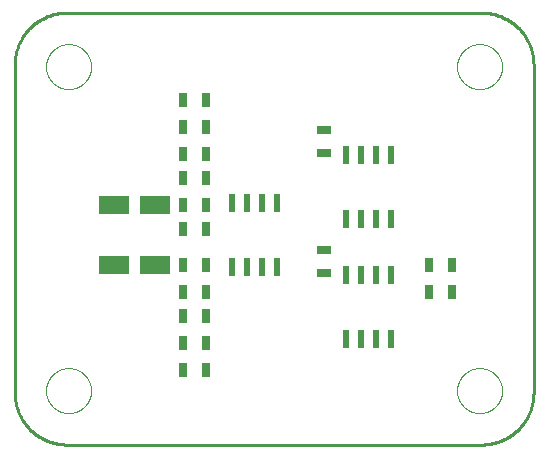
<source format=gtp>
G75*
%MOIN*%
%OFA0B0*%
%FSLAX25Y25*%
%IPPOS*%
%LPD*%
%AMOC8*
5,1,8,0,0,1.08239X$1,22.5*
%
%ADD10C,0.01000*%
%ADD11R,0.09843X0.06299*%
%ADD12R,0.02756X0.05118*%
%ADD13R,0.05118X0.02756*%
%ADD14C,0.00000*%
%ADD15R,0.02165X0.05906*%
D10*
X0019300Y0001800D02*
X0157300Y0001800D01*
X0157723Y0001805D01*
X0158145Y0001820D01*
X0158568Y0001846D01*
X0158989Y0001882D01*
X0159409Y0001928D01*
X0159829Y0001984D01*
X0160246Y0002050D01*
X0160662Y0002126D01*
X0161076Y0002212D01*
X0161488Y0002309D01*
X0161897Y0002415D01*
X0162304Y0002531D01*
X0162708Y0002657D01*
X0163108Y0002792D01*
X0163506Y0002937D01*
X0163899Y0003092D01*
X0164289Y0003256D01*
X0164675Y0003430D01*
X0165056Y0003613D01*
X0165433Y0003805D01*
X0165805Y0004006D01*
X0166172Y0004216D01*
X0166534Y0004434D01*
X0166890Y0004662D01*
X0167241Y0004898D01*
X0167586Y0005142D01*
X0167925Y0005395D01*
X0168258Y0005656D01*
X0168585Y0005924D01*
X0168905Y0006201D01*
X0169218Y0006485D01*
X0169524Y0006777D01*
X0169823Y0007076D01*
X0170115Y0007382D01*
X0170399Y0007695D01*
X0170676Y0008015D01*
X0170944Y0008342D01*
X0171205Y0008675D01*
X0171458Y0009014D01*
X0171702Y0009359D01*
X0171938Y0009710D01*
X0172166Y0010066D01*
X0172384Y0010428D01*
X0172594Y0010795D01*
X0172795Y0011167D01*
X0172987Y0011544D01*
X0173170Y0011925D01*
X0173344Y0012311D01*
X0173508Y0012701D01*
X0173663Y0013094D01*
X0173808Y0013492D01*
X0173943Y0013892D01*
X0174069Y0014296D01*
X0174185Y0014703D01*
X0174291Y0015112D01*
X0174388Y0015524D01*
X0174474Y0015938D01*
X0174550Y0016354D01*
X0174616Y0016771D01*
X0174672Y0017191D01*
X0174718Y0017611D01*
X0174754Y0018032D01*
X0174780Y0018455D01*
X0174795Y0018877D01*
X0174800Y0019300D01*
X0174800Y0128300D01*
X0174795Y0128723D01*
X0174780Y0129145D01*
X0174754Y0129568D01*
X0174718Y0129989D01*
X0174672Y0130409D01*
X0174616Y0130829D01*
X0174550Y0131246D01*
X0174474Y0131662D01*
X0174388Y0132076D01*
X0174291Y0132488D01*
X0174185Y0132897D01*
X0174069Y0133304D01*
X0173943Y0133708D01*
X0173808Y0134108D01*
X0173663Y0134506D01*
X0173508Y0134899D01*
X0173344Y0135289D01*
X0173170Y0135675D01*
X0172987Y0136056D01*
X0172795Y0136433D01*
X0172594Y0136805D01*
X0172384Y0137172D01*
X0172166Y0137534D01*
X0171938Y0137890D01*
X0171702Y0138241D01*
X0171458Y0138586D01*
X0171205Y0138925D01*
X0170944Y0139258D01*
X0170676Y0139585D01*
X0170399Y0139905D01*
X0170115Y0140218D01*
X0169823Y0140524D01*
X0169524Y0140823D01*
X0169218Y0141115D01*
X0168905Y0141399D01*
X0168585Y0141676D01*
X0168258Y0141944D01*
X0167925Y0142205D01*
X0167586Y0142458D01*
X0167241Y0142702D01*
X0166890Y0142938D01*
X0166534Y0143166D01*
X0166172Y0143384D01*
X0165805Y0143594D01*
X0165433Y0143795D01*
X0165056Y0143987D01*
X0164675Y0144170D01*
X0164289Y0144344D01*
X0163899Y0144508D01*
X0163506Y0144663D01*
X0163108Y0144808D01*
X0162708Y0144943D01*
X0162304Y0145069D01*
X0161897Y0145185D01*
X0161488Y0145291D01*
X0161076Y0145388D01*
X0160662Y0145474D01*
X0160246Y0145550D01*
X0159829Y0145616D01*
X0159409Y0145672D01*
X0158989Y0145718D01*
X0158568Y0145754D01*
X0158145Y0145780D01*
X0157723Y0145795D01*
X0157300Y0145800D01*
X0019300Y0145800D01*
X0018877Y0145795D01*
X0018455Y0145780D01*
X0018032Y0145754D01*
X0017611Y0145718D01*
X0017191Y0145672D01*
X0016771Y0145616D01*
X0016354Y0145550D01*
X0015938Y0145474D01*
X0015524Y0145388D01*
X0015112Y0145291D01*
X0014703Y0145185D01*
X0014296Y0145069D01*
X0013892Y0144943D01*
X0013492Y0144808D01*
X0013094Y0144663D01*
X0012701Y0144508D01*
X0012311Y0144344D01*
X0011925Y0144170D01*
X0011544Y0143987D01*
X0011167Y0143795D01*
X0010795Y0143594D01*
X0010428Y0143384D01*
X0010066Y0143166D01*
X0009710Y0142938D01*
X0009359Y0142702D01*
X0009014Y0142458D01*
X0008675Y0142205D01*
X0008342Y0141944D01*
X0008015Y0141676D01*
X0007695Y0141399D01*
X0007382Y0141115D01*
X0007076Y0140823D01*
X0006777Y0140524D01*
X0006485Y0140218D01*
X0006201Y0139905D01*
X0005924Y0139585D01*
X0005656Y0139258D01*
X0005395Y0138925D01*
X0005142Y0138586D01*
X0004898Y0138241D01*
X0004662Y0137890D01*
X0004434Y0137534D01*
X0004216Y0137172D01*
X0004006Y0136805D01*
X0003805Y0136433D01*
X0003613Y0136056D01*
X0003430Y0135675D01*
X0003256Y0135289D01*
X0003092Y0134899D01*
X0002937Y0134506D01*
X0002792Y0134108D01*
X0002657Y0133708D01*
X0002531Y0133304D01*
X0002415Y0132897D01*
X0002309Y0132488D01*
X0002212Y0132076D01*
X0002126Y0131662D01*
X0002050Y0131246D01*
X0001984Y0130829D01*
X0001928Y0130409D01*
X0001882Y0129989D01*
X0001846Y0129568D01*
X0001820Y0129145D01*
X0001805Y0128723D01*
X0001800Y0128300D01*
X0001800Y0019300D01*
X0001805Y0018877D01*
X0001820Y0018455D01*
X0001846Y0018032D01*
X0001882Y0017611D01*
X0001928Y0017191D01*
X0001984Y0016771D01*
X0002050Y0016354D01*
X0002126Y0015938D01*
X0002212Y0015524D01*
X0002309Y0015112D01*
X0002415Y0014703D01*
X0002531Y0014296D01*
X0002657Y0013892D01*
X0002792Y0013492D01*
X0002937Y0013094D01*
X0003092Y0012701D01*
X0003256Y0012311D01*
X0003430Y0011925D01*
X0003613Y0011544D01*
X0003805Y0011167D01*
X0004006Y0010795D01*
X0004216Y0010428D01*
X0004434Y0010066D01*
X0004662Y0009710D01*
X0004898Y0009359D01*
X0005142Y0009014D01*
X0005395Y0008675D01*
X0005656Y0008342D01*
X0005924Y0008015D01*
X0006201Y0007695D01*
X0006485Y0007382D01*
X0006777Y0007076D01*
X0007076Y0006777D01*
X0007382Y0006485D01*
X0007695Y0006201D01*
X0008015Y0005924D01*
X0008342Y0005656D01*
X0008675Y0005395D01*
X0009014Y0005142D01*
X0009359Y0004898D01*
X0009710Y0004662D01*
X0010066Y0004434D01*
X0010428Y0004216D01*
X0010795Y0004006D01*
X0011167Y0003805D01*
X0011544Y0003613D01*
X0011925Y0003430D01*
X0012311Y0003256D01*
X0012701Y0003092D01*
X0013094Y0002937D01*
X0013492Y0002792D01*
X0013892Y0002657D01*
X0014296Y0002531D01*
X0014703Y0002415D01*
X0015112Y0002309D01*
X0015524Y0002212D01*
X0015938Y0002126D01*
X0016354Y0002050D01*
X0016771Y0001984D01*
X0017191Y0001928D01*
X0017611Y0001882D01*
X0018032Y0001846D01*
X0018455Y0001820D01*
X0018877Y0001805D01*
X0019300Y0001800D01*
D11*
X0034910Y0061800D03*
X0048690Y0061800D03*
X0048690Y0081800D03*
X0034910Y0081800D03*
D12*
X0058060Y0081800D03*
X0065540Y0081800D03*
X0065540Y0073800D03*
X0058060Y0073800D03*
X0058060Y0061800D03*
X0065540Y0061800D03*
X0065540Y0052800D03*
X0058060Y0052800D03*
X0058060Y0044800D03*
X0065540Y0044800D03*
X0065540Y0035800D03*
X0058060Y0035800D03*
X0058060Y0026800D03*
X0065540Y0026800D03*
X0140060Y0052800D03*
X0147540Y0052800D03*
X0147540Y0061800D03*
X0140060Y0061800D03*
X0065540Y0090800D03*
X0058060Y0090800D03*
X0058060Y0098800D03*
X0065540Y0098800D03*
X0065540Y0107800D03*
X0058060Y0107800D03*
X0058060Y0116800D03*
X0065540Y0116800D03*
D13*
X0104800Y0106540D03*
X0104800Y0099060D03*
X0104800Y0066540D03*
X0104800Y0059060D03*
D14*
X0149300Y0019800D02*
X0149302Y0019984D01*
X0149309Y0020168D01*
X0149320Y0020352D01*
X0149336Y0020535D01*
X0149356Y0020718D01*
X0149381Y0020900D01*
X0149410Y0021082D01*
X0149444Y0021263D01*
X0149482Y0021443D01*
X0149525Y0021622D01*
X0149572Y0021800D01*
X0149623Y0021977D01*
X0149679Y0022153D01*
X0149738Y0022327D01*
X0149803Y0022499D01*
X0149871Y0022670D01*
X0149943Y0022839D01*
X0150020Y0023007D01*
X0150101Y0023172D01*
X0150186Y0023335D01*
X0150274Y0023497D01*
X0150367Y0023656D01*
X0150464Y0023812D01*
X0150564Y0023967D01*
X0150668Y0024119D01*
X0150776Y0024268D01*
X0150887Y0024414D01*
X0151002Y0024558D01*
X0151121Y0024699D01*
X0151243Y0024837D01*
X0151368Y0024972D01*
X0151497Y0025103D01*
X0151628Y0025232D01*
X0151763Y0025357D01*
X0151901Y0025479D01*
X0152042Y0025598D01*
X0152186Y0025713D01*
X0152332Y0025824D01*
X0152481Y0025932D01*
X0152633Y0026036D01*
X0152788Y0026136D01*
X0152944Y0026233D01*
X0153103Y0026326D01*
X0153265Y0026414D01*
X0153428Y0026499D01*
X0153593Y0026580D01*
X0153761Y0026657D01*
X0153930Y0026729D01*
X0154101Y0026797D01*
X0154273Y0026862D01*
X0154447Y0026921D01*
X0154623Y0026977D01*
X0154800Y0027028D01*
X0154978Y0027075D01*
X0155157Y0027118D01*
X0155337Y0027156D01*
X0155518Y0027190D01*
X0155700Y0027219D01*
X0155882Y0027244D01*
X0156065Y0027264D01*
X0156248Y0027280D01*
X0156432Y0027291D01*
X0156616Y0027298D01*
X0156800Y0027300D01*
X0156984Y0027298D01*
X0157168Y0027291D01*
X0157352Y0027280D01*
X0157535Y0027264D01*
X0157718Y0027244D01*
X0157900Y0027219D01*
X0158082Y0027190D01*
X0158263Y0027156D01*
X0158443Y0027118D01*
X0158622Y0027075D01*
X0158800Y0027028D01*
X0158977Y0026977D01*
X0159153Y0026921D01*
X0159327Y0026862D01*
X0159499Y0026797D01*
X0159670Y0026729D01*
X0159839Y0026657D01*
X0160007Y0026580D01*
X0160172Y0026499D01*
X0160335Y0026414D01*
X0160497Y0026326D01*
X0160656Y0026233D01*
X0160812Y0026136D01*
X0160967Y0026036D01*
X0161119Y0025932D01*
X0161268Y0025824D01*
X0161414Y0025713D01*
X0161558Y0025598D01*
X0161699Y0025479D01*
X0161837Y0025357D01*
X0161972Y0025232D01*
X0162103Y0025103D01*
X0162232Y0024972D01*
X0162357Y0024837D01*
X0162479Y0024699D01*
X0162598Y0024558D01*
X0162713Y0024414D01*
X0162824Y0024268D01*
X0162932Y0024119D01*
X0163036Y0023967D01*
X0163136Y0023812D01*
X0163233Y0023656D01*
X0163326Y0023497D01*
X0163414Y0023335D01*
X0163499Y0023172D01*
X0163580Y0023007D01*
X0163657Y0022839D01*
X0163729Y0022670D01*
X0163797Y0022499D01*
X0163862Y0022327D01*
X0163921Y0022153D01*
X0163977Y0021977D01*
X0164028Y0021800D01*
X0164075Y0021622D01*
X0164118Y0021443D01*
X0164156Y0021263D01*
X0164190Y0021082D01*
X0164219Y0020900D01*
X0164244Y0020718D01*
X0164264Y0020535D01*
X0164280Y0020352D01*
X0164291Y0020168D01*
X0164298Y0019984D01*
X0164300Y0019800D01*
X0164298Y0019616D01*
X0164291Y0019432D01*
X0164280Y0019248D01*
X0164264Y0019065D01*
X0164244Y0018882D01*
X0164219Y0018700D01*
X0164190Y0018518D01*
X0164156Y0018337D01*
X0164118Y0018157D01*
X0164075Y0017978D01*
X0164028Y0017800D01*
X0163977Y0017623D01*
X0163921Y0017447D01*
X0163862Y0017273D01*
X0163797Y0017101D01*
X0163729Y0016930D01*
X0163657Y0016761D01*
X0163580Y0016593D01*
X0163499Y0016428D01*
X0163414Y0016265D01*
X0163326Y0016103D01*
X0163233Y0015944D01*
X0163136Y0015788D01*
X0163036Y0015633D01*
X0162932Y0015481D01*
X0162824Y0015332D01*
X0162713Y0015186D01*
X0162598Y0015042D01*
X0162479Y0014901D01*
X0162357Y0014763D01*
X0162232Y0014628D01*
X0162103Y0014497D01*
X0161972Y0014368D01*
X0161837Y0014243D01*
X0161699Y0014121D01*
X0161558Y0014002D01*
X0161414Y0013887D01*
X0161268Y0013776D01*
X0161119Y0013668D01*
X0160967Y0013564D01*
X0160812Y0013464D01*
X0160656Y0013367D01*
X0160497Y0013274D01*
X0160335Y0013186D01*
X0160172Y0013101D01*
X0160007Y0013020D01*
X0159839Y0012943D01*
X0159670Y0012871D01*
X0159499Y0012803D01*
X0159327Y0012738D01*
X0159153Y0012679D01*
X0158977Y0012623D01*
X0158800Y0012572D01*
X0158622Y0012525D01*
X0158443Y0012482D01*
X0158263Y0012444D01*
X0158082Y0012410D01*
X0157900Y0012381D01*
X0157718Y0012356D01*
X0157535Y0012336D01*
X0157352Y0012320D01*
X0157168Y0012309D01*
X0156984Y0012302D01*
X0156800Y0012300D01*
X0156616Y0012302D01*
X0156432Y0012309D01*
X0156248Y0012320D01*
X0156065Y0012336D01*
X0155882Y0012356D01*
X0155700Y0012381D01*
X0155518Y0012410D01*
X0155337Y0012444D01*
X0155157Y0012482D01*
X0154978Y0012525D01*
X0154800Y0012572D01*
X0154623Y0012623D01*
X0154447Y0012679D01*
X0154273Y0012738D01*
X0154101Y0012803D01*
X0153930Y0012871D01*
X0153761Y0012943D01*
X0153593Y0013020D01*
X0153428Y0013101D01*
X0153265Y0013186D01*
X0153103Y0013274D01*
X0152944Y0013367D01*
X0152788Y0013464D01*
X0152633Y0013564D01*
X0152481Y0013668D01*
X0152332Y0013776D01*
X0152186Y0013887D01*
X0152042Y0014002D01*
X0151901Y0014121D01*
X0151763Y0014243D01*
X0151628Y0014368D01*
X0151497Y0014497D01*
X0151368Y0014628D01*
X0151243Y0014763D01*
X0151121Y0014901D01*
X0151002Y0015042D01*
X0150887Y0015186D01*
X0150776Y0015332D01*
X0150668Y0015481D01*
X0150564Y0015633D01*
X0150464Y0015788D01*
X0150367Y0015944D01*
X0150274Y0016103D01*
X0150186Y0016265D01*
X0150101Y0016428D01*
X0150020Y0016593D01*
X0149943Y0016761D01*
X0149871Y0016930D01*
X0149803Y0017101D01*
X0149738Y0017273D01*
X0149679Y0017447D01*
X0149623Y0017623D01*
X0149572Y0017800D01*
X0149525Y0017978D01*
X0149482Y0018157D01*
X0149444Y0018337D01*
X0149410Y0018518D01*
X0149381Y0018700D01*
X0149356Y0018882D01*
X0149336Y0019065D01*
X0149320Y0019248D01*
X0149309Y0019432D01*
X0149302Y0019616D01*
X0149300Y0019800D01*
X0149300Y0127800D02*
X0149302Y0127984D01*
X0149309Y0128168D01*
X0149320Y0128352D01*
X0149336Y0128535D01*
X0149356Y0128718D01*
X0149381Y0128900D01*
X0149410Y0129082D01*
X0149444Y0129263D01*
X0149482Y0129443D01*
X0149525Y0129622D01*
X0149572Y0129800D01*
X0149623Y0129977D01*
X0149679Y0130153D01*
X0149738Y0130327D01*
X0149803Y0130499D01*
X0149871Y0130670D01*
X0149943Y0130839D01*
X0150020Y0131007D01*
X0150101Y0131172D01*
X0150186Y0131335D01*
X0150274Y0131497D01*
X0150367Y0131656D01*
X0150464Y0131812D01*
X0150564Y0131967D01*
X0150668Y0132119D01*
X0150776Y0132268D01*
X0150887Y0132414D01*
X0151002Y0132558D01*
X0151121Y0132699D01*
X0151243Y0132837D01*
X0151368Y0132972D01*
X0151497Y0133103D01*
X0151628Y0133232D01*
X0151763Y0133357D01*
X0151901Y0133479D01*
X0152042Y0133598D01*
X0152186Y0133713D01*
X0152332Y0133824D01*
X0152481Y0133932D01*
X0152633Y0134036D01*
X0152788Y0134136D01*
X0152944Y0134233D01*
X0153103Y0134326D01*
X0153265Y0134414D01*
X0153428Y0134499D01*
X0153593Y0134580D01*
X0153761Y0134657D01*
X0153930Y0134729D01*
X0154101Y0134797D01*
X0154273Y0134862D01*
X0154447Y0134921D01*
X0154623Y0134977D01*
X0154800Y0135028D01*
X0154978Y0135075D01*
X0155157Y0135118D01*
X0155337Y0135156D01*
X0155518Y0135190D01*
X0155700Y0135219D01*
X0155882Y0135244D01*
X0156065Y0135264D01*
X0156248Y0135280D01*
X0156432Y0135291D01*
X0156616Y0135298D01*
X0156800Y0135300D01*
X0156984Y0135298D01*
X0157168Y0135291D01*
X0157352Y0135280D01*
X0157535Y0135264D01*
X0157718Y0135244D01*
X0157900Y0135219D01*
X0158082Y0135190D01*
X0158263Y0135156D01*
X0158443Y0135118D01*
X0158622Y0135075D01*
X0158800Y0135028D01*
X0158977Y0134977D01*
X0159153Y0134921D01*
X0159327Y0134862D01*
X0159499Y0134797D01*
X0159670Y0134729D01*
X0159839Y0134657D01*
X0160007Y0134580D01*
X0160172Y0134499D01*
X0160335Y0134414D01*
X0160497Y0134326D01*
X0160656Y0134233D01*
X0160812Y0134136D01*
X0160967Y0134036D01*
X0161119Y0133932D01*
X0161268Y0133824D01*
X0161414Y0133713D01*
X0161558Y0133598D01*
X0161699Y0133479D01*
X0161837Y0133357D01*
X0161972Y0133232D01*
X0162103Y0133103D01*
X0162232Y0132972D01*
X0162357Y0132837D01*
X0162479Y0132699D01*
X0162598Y0132558D01*
X0162713Y0132414D01*
X0162824Y0132268D01*
X0162932Y0132119D01*
X0163036Y0131967D01*
X0163136Y0131812D01*
X0163233Y0131656D01*
X0163326Y0131497D01*
X0163414Y0131335D01*
X0163499Y0131172D01*
X0163580Y0131007D01*
X0163657Y0130839D01*
X0163729Y0130670D01*
X0163797Y0130499D01*
X0163862Y0130327D01*
X0163921Y0130153D01*
X0163977Y0129977D01*
X0164028Y0129800D01*
X0164075Y0129622D01*
X0164118Y0129443D01*
X0164156Y0129263D01*
X0164190Y0129082D01*
X0164219Y0128900D01*
X0164244Y0128718D01*
X0164264Y0128535D01*
X0164280Y0128352D01*
X0164291Y0128168D01*
X0164298Y0127984D01*
X0164300Y0127800D01*
X0164298Y0127616D01*
X0164291Y0127432D01*
X0164280Y0127248D01*
X0164264Y0127065D01*
X0164244Y0126882D01*
X0164219Y0126700D01*
X0164190Y0126518D01*
X0164156Y0126337D01*
X0164118Y0126157D01*
X0164075Y0125978D01*
X0164028Y0125800D01*
X0163977Y0125623D01*
X0163921Y0125447D01*
X0163862Y0125273D01*
X0163797Y0125101D01*
X0163729Y0124930D01*
X0163657Y0124761D01*
X0163580Y0124593D01*
X0163499Y0124428D01*
X0163414Y0124265D01*
X0163326Y0124103D01*
X0163233Y0123944D01*
X0163136Y0123788D01*
X0163036Y0123633D01*
X0162932Y0123481D01*
X0162824Y0123332D01*
X0162713Y0123186D01*
X0162598Y0123042D01*
X0162479Y0122901D01*
X0162357Y0122763D01*
X0162232Y0122628D01*
X0162103Y0122497D01*
X0161972Y0122368D01*
X0161837Y0122243D01*
X0161699Y0122121D01*
X0161558Y0122002D01*
X0161414Y0121887D01*
X0161268Y0121776D01*
X0161119Y0121668D01*
X0160967Y0121564D01*
X0160812Y0121464D01*
X0160656Y0121367D01*
X0160497Y0121274D01*
X0160335Y0121186D01*
X0160172Y0121101D01*
X0160007Y0121020D01*
X0159839Y0120943D01*
X0159670Y0120871D01*
X0159499Y0120803D01*
X0159327Y0120738D01*
X0159153Y0120679D01*
X0158977Y0120623D01*
X0158800Y0120572D01*
X0158622Y0120525D01*
X0158443Y0120482D01*
X0158263Y0120444D01*
X0158082Y0120410D01*
X0157900Y0120381D01*
X0157718Y0120356D01*
X0157535Y0120336D01*
X0157352Y0120320D01*
X0157168Y0120309D01*
X0156984Y0120302D01*
X0156800Y0120300D01*
X0156616Y0120302D01*
X0156432Y0120309D01*
X0156248Y0120320D01*
X0156065Y0120336D01*
X0155882Y0120356D01*
X0155700Y0120381D01*
X0155518Y0120410D01*
X0155337Y0120444D01*
X0155157Y0120482D01*
X0154978Y0120525D01*
X0154800Y0120572D01*
X0154623Y0120623D01*
X0154447Y0120679D01*
X0154273Y0120738D01*
X0154101Y0120803D01*
X0153930Y0120871D01*
X0153761Y0120943D01*
X0153593Y0121020D01*
X0153428Y0121101D01*
X0153265Y0121186D01*
X0153103Y0121274D01*
X0152944Y0121367D01*
X0152788Y0121464D01*
X0152633Y0121564D01*
X0152481Y0121668D01*
X0152332Y0121776D01*
X0152186Y0121887D01*
X0152042Y0122002D01*
X0151901Y0122121D01*
X0151763Y0122243D01*
X0151628Y0122368D01*
X0151497Y0122497D01*
X0151368Y0122628D01*
X0151243Y0122763D01*
X0151121Y0122901D01*
X0151002Y0123042D01*
X0150887Y0123186D01*
X0150776Y0123332D01*
X0150668Y0123481D01*
X0150564Y0123633D01*
X0150464Y0123788D01*
X0150367Y0123944D01*
X0150274Y0124103D01*
X0150186Y0124265D01*
X0150101Y0124428D01*
X0150020Y0124593D01*
X0149943Y0124761D01*
X0149871Y0124930D01*
X0149803Y0125101D01*
X0149738Y0125273D01*
X0149679Y0125447D01*
X0149623Y0125623D01*
X0149572Y0125800D01*
X0149525Y0125978D01*
X0149482Y0126157D01*
X0149444Y0126337D01*
X0149410Y0126518D01*
X0149381Y0126700D01*
X0149356Y0126882D01*
X0149336Y0127065D01*
X0149320Y0127248D01*
X0149309Y0127432D01*
X0149302Y0127616D01*
X0149300Y0127800D01*
X0012300Y0127800D02*
X0012302Y0127984D01*
X0012309Y0128168D01*
X0012320Y0128352D01*
X0012336Y0128535D01*
X0012356Y0128718D01*
X0012381Y0128900D01*
X0012410Y0129082D01*
X0012444Y0129263D01*
X0012482Y0129443D01*
X0012525Y0129622D01*
X0012572Y0129800D01*
X0012623Y0129977D01*
X0012679Y0130153D01*
X0012738Y0130327D01*
X0012803Y0130499D01*
X0012871Y0130670D01*
X0012943Y0130839D01*
X0013020Y0131007D01*
X0013101Y0131172D01*
X0013186Y0131335D01*
X0013274Y0131497D01*
X0013367Y0131656D01*
X0013464Y0131812D01*
X0013564Y0131967D01*
X0013668Y0132119D01*
X0013776Y0132268D01*
X0013887Y0132414D01*
X0014002Y0132558D01*
X0014121Y0132699D01*
X0014243Y0132837D01*
X0014368Y0132972D01*
X0014497Y0133103D01*
X0014628Y0133232D01*
X0014763Y0133357D01*
X0014901Y0133479D01*
X0015042Y0133598D01*
X0015186Y0133713D01*
X0015332Y0133824D01*
X0015481Y0133932D01*
X0015633Y0134036D01*
X0015788Y0134136D01*
X0015944Y0134233D01*
X0016103Y0134326D01*
X0016265Y0134414D01*
X0016428Y0134499D01*
X0016593Y0134580D01*
X0016761Y0134657D01*
X0016930Y0134729D01*
X0017101Y0134797D01*
X0017273Y0134862D01*
X0017447Y0134921D01*
X0017623Y0134977D01*
X0017800Y0135028D01*
X0017978Y0135075D01*
X0018157Y0135118D01*
X0018337Y0135156D01*
X0018518Y0135190D01*
X0018700Y0135219D01*
X0018882Y0135244D01*
X0019065Y0135264D01*
X0019248Y0135280D01*
X0019432Y0135291D01*
X0019616Y0135298D01*
X0019800Y0135300D01*
X0019984Y0135298D01*
X0020168Y0135291D01*
X0020352Y0135280D01*
X0020535Y0135264D01*
X0020718Y0135244D01*
X0020900Y0135219D01*
X0021082Y0135190D01*
X0021263Y0135156D01*
X0021443Y0135118D01*
X0021622Y0135075D01*
X0021800Y0135028D01*
X0021977Y0134977D01*
X0022153Y0134921D01*
X0022327Y0134862D01*
X0022499Y0134797D01*
X0022670Y0134729D01*
X0022839Y0134657D01*
X0023007Y0134580D01*
X0023172Y0134499D01*
X0023335Y0134414D01*
X0023497Y0134326D01*
X0023656Y0134233D01*
X0023812Y0134136D01*
X0023967Y0134036D01*
X0024119Y0133932D01*
X0024268Y0133824D01*
X0024414Y0133713D01*
X0024558Y0133598D01*
X0024699Y0133479D01*
X0024837Y0133357D01*
X0024972Y0133232D01*
X0025103Y0133103D01*
X0025232Y0132972D01*
X0025357Y0132837D01*
X0025479Y0132699D01*
X0025598Y0132558D01*
X0025713Y0132414D01*
X0025824Y0132268D01*
X0025932Y0132119D01*
X0026036Y0131967D01*
X0026136Y0131812D01*
X0026233Y0131656D01*
X0026326Y0131497D01*
X0026414Y0131335D01*
X0026499Y0131172D01*
X0026580Y0131007D01*
X0026657Y0130839D01*
X0026729Y0130670D01*
X0026797Y0130499D01*
X0026862Y0130327D01*
X0026921Y0130153D01*
X0026977Y0129977D01*
X0027028Y0129800D01*
X0027075Y0129622D01*
X0027118Y0129443D01*
X0027156Y0129263D01*
X0027190Y0129082D01*
X0027219Y0128900D01*
X0027244Y0128718D01*
X0027264Y0128535D01*
X0027280Y0128352D01*
X0027291Y0128168D01*
X0027298Y0127984D01*
X0027300Y0127800D01*
X0027298Y0127616D01*
X0027291Y0127432D01*
X0027280Y0127248D01*
X0027264Y0127065D01*
X0027244Y0126882D01*
X0027219Y0126700D01*
X0027190Y0126518D01*
X0027156Y0126337D01*
X0027118Y0126157D01*
X0027075Y0125978D01*
X0027028Y0125800D01*
X0026977Y0125623D01*
X0026921Y0125447D01*
X0026862Y0125273D01*
X0026797Y0125101D01*
X0026729Y0124930D01*
X0026657Y0124761D01*
X0026580Y0124593D01*
X0026499Y0124428D01*
X0026414Y0124265D01*
X0026326Y0124103D01*
X0026233Y0123944D01*
X0026136Y0123788D01*
X0026036Y0123633D01*
X0025932Y0123481D01*
X0025824Y0123332D01*
X0025713Y0123186D01*
X0025598Y0123042D01*
X0025479Y0122901D01*
X0025357Y0122763D01*
X0025232Y0122628D01*
X0025103Y0122497D01*
X0024972Y0122368D01*
X0024837Y0122243D01*
X0024699Y0122121D01*
X0024558Y0122002D01*
X0024414Y0121887D01*
X0024268Y0121776D01*
X0024119Y0121668D01*
X0023967Y0121564D01*
X0023812Y0121464D01*
X0023656Y0121367D01*
X0023497Y0121274D01*
X0023335Y0121186D01*
X0023172Y0121101D01*
X0023007Y0121020D01*
X0022839Y0120943D01*
X0022670Y0120871D01*
X0022499Y0120803D01*
X0022327Y0120738D01*
X0022153Y0120679D01*
X0021977Y0120623D01*
X0021800Y0120572D01*
X0021622Y0120525D01*
X0021443Y0120482D01*
X0021263Y0120444D01*
X0021082Y0120410D01*
X0020900Y0120381D01*
X0020718Y0120356D01*
X0020535Y0120336D01*
X0020352Y0120320D01*
X0020168Y0120309D01*
X0019984Y0120302D01*
X0019800Y0120300D01*
X0019616Y0120302D01*
X0019432Y0120309D01*
X0019248Y0120320D01*
X0019065Y0120336D01*
X0018882Y0120356D01*
X0018700Y0120381D01*
X0018518Y0120410D01*
X0018337Y0120444D01*
X0018157Y0120482D01*
X0017978Y0120525D01*
X0017800Y0120572D01*
X0017623Y0120623D01*
X0017447Y0120679D01*
X0017273Y0120738D01*
X0017101Y0120803D01*
X0016930Y0120871D01*
X0016761Y0120943D01*
X0016593Y0121020D01*
X0016428Y0121101D01*
X0016265Y0121186D01*
X0016103Y0121274D01*
X0015944Y0121367D01*
X0015788Y0121464D01*
X0015633Y0121564D01*
X0015481Y0121668D01*
X0015332Y0121776D01*
X0015186Y0121887D01*
X0015042Y0122002D01*
X0014901Y0122121D01*
X0014763Y0122243D01*
X0014628Y0122368D01*
X0014497Y0122497D01*
X0014368Y0122628D01*
X0014243Y0122763D01*
X0014121Y0122901D01*
X0014002Y0123042D01*
X0013887Y0123186D01*
X0013776Y0123332D01*
X0013668Y0123481D01*
X0013564Y0123633D01*
X0013464Y0123788D01*
X0013367Y0123944D01*
X0013274Y0124103D01*
X0013186Y0124265D01*
X0013101Y0124428D01*
X0013020Y0124593D01*
X0012943Y0124761D01*
X0012871Y0124930D01*
X0012803Y0125101D01*
X0012738Y0125273D01*
X0012679Y0125447D01*
X0012623Y0125623D01*
X0012572Y0125800D01*
X0012525Y0125978D01*
X0012482Y0126157D01*
X0012444Y0126337D01*
X0012410Y0126518D01*
X0012381Y0126700D01*
X0012356Y0126882D01*
X0012336Y0127065D01*
X0012320Y0127248D01*
X0012309Y0127432D01*
X0012302Y0127616D01*
X0012300Y0127800D01*
X0012300Y0019800D02*
X0012302Y0019984D01*
X0012309Y0020168D01*
X0012320Y0020352D01*
X0012336Y0020535D01*
X0012356Y0020718D01*
X0012381Y0020900D01*
X0012410Y0021082D01*
X0012444Y0021263D01*
X0012482Y0021443D01*
X0012525Y0021622D01*
X0012572Y0021800D01*
X0012623Y0021977D01*
X0012679Y0022153D01*
X0012738Y0022327D01*
X0012803Y0022499D01*
X0012871Y0022670D01*
X0012943Y0022839D01*
X0013020Y0023007D01*
X0013101Y0023172D01*
X0013186Y0023335D01*
X0013274Y0023497D01*
X0013367Y0023656D01*
X0013464Y0023812D01*
X0013564Y0023967D01*
X0013668Y0024119D01*
X0013776Y0024268D01*
X0013887Y0024414D01*
X0014002Y0024558D01*
X0014121Y0024699D01*
X0014243Y0024837D01*
X0014368Y0024972D01*
X0014497Y0025103D01*
X0014628Y0025232D01*
X0014763Y0025357D01*
X0014901Y0025479D01*
X0015042Y0025598D01*
X0015186Y0025713D01*
X0015332Y0025824D01*
X0015481Y0025932D01*
X0015633Y0026036D01*
X0015788Y0026136D01*
X0015944Y0026233D01*
X0016103Y0026326D01*
X0016265Y0026414D01*
X0016428Y0026499D01*
X0016593Y0026580D01*
X0016761Y0026657D01*
X0016930Y0026729D01*
X0017101Y0026797D01*
X0017273Y0026862D01*
X0017447Y0026921D01*
X0017623Y0026977D01*
X0017800Y0027028D01*
X0017978Y0027075D01*
X0018157Y0027118D01*
X0018337Y0027156D01*
X0018518Y0027190D01*
X0018700Y0027219D01*
X0018882Y0027244D01*
X0019065Y0027264D01*
X0019248Y0027280D01*
X0019432Y0027291D01*
X0019616Y0027298D01*
X0019800Y0027300D01*
X0019984Y0027298D01*
X0020168Y0027291D01*
X0020352Y0027280D01*
X0020535Y0027264D01*
X0020718Y0027244D01*
X0020900Y0027219D01*
X0021082Y0027190D01*
X0021263Y0027156D01*
X0021443Y0027118D01*
X0021622Y0027075D01*
X0021800Y0027028D01*
X0021977Y0026977D01*
X0022153Y0026921D01*
X0022327Y0026862D01*
X0022499Y0026797D01*
X0022670Y0026729D01*
X0022839Y0026657D01*
X0023007Y0026580D01*
X0023172Y0026499D01*
X0023335Y0026414D01*
X0023497Y0026326D01*
X0023656Y0026233D01*
X0023812Y0026136D01*
X0023967Y0026036D01*
X0024119Y0025932D01*
X0024268Y0025824D01*
X0024414Y0025713D01*
X0024558Y0025598D01*
X0024699Y0025479D01*
X0024837Y0025357D01*
X0024972Y0025232D01*
X0025103Y0025103D01*
X0025232Y0024972D01*
X0025357Y0024837D01*
X0025479Y0024699D01*
X0025598Y0024558D01*
X0025713Y0024414D01*
X0025824Y0024268D01*
X0025932Y0024119D01*
X0026036Y0023967D01*
X0026136Y0023812D01*
X0026233Y0023656D01*
X0026326Y0023497D01*
X0026414Y0023335D01*
X0026499Y0023172D01*
X0026580Y0023007D01*
X0026657Y0022839D01*
X0026729Y0022670D01*
X0026797Y0022499D01*
X0026862Y0022327D01*
X0026921Y0022153D01*
X0026977Y0021977D01*
X0027028Y0021800D01*
X0027075Y0021622D01*
X0027118Y0021443D01*
X0027156Y0021263D01*
X0027190Y0021082D01*
X0027219Y0020900D01*
X0027244Y0020718D01*
X0027264Y0020535D01*
X0027280Y0020352D01*
X0027291Y0020168D01*
X0027298Y0019984D01*
X0027300Y0019800D01*
X0027298Y0019616D01*
X0027291Y0019432D01*
X0027280Y0019248D01*
X0027264Y0019065D01*
X0027244Y0018882D01*
X0027219Y0018700D01*
X0027190Y0018518D01*
X0027156Y0018337D01*
X0027118Y0018157D01*
X0027075Y0017978D01*
X0027028Y0017800D01*
X0026977Y0017623D01*
X0026921Y0017447D01*
X0026862Y0017273D01*
X0026797Y0017101D01*
X0026729Y0016930D01*
X0026657Y0016761D01*
X0026580Y0016593D01*
X0026499Y0016428D01*
X0026414Y0016265D01*
X0026326Y0016103D01*
X0026233Y0015944D01*
X0026136Y0015788D01*
X0026036Y0015633D01*
X0025932Y0015481D01*
X0025824Y0015332D01*
X0025713Y0015186D01*
X0025598Y0015042D01*
X0025479Y0014901D01*
X0025357Y0014763D01*
X0025232Y0014628D01*
X0025103Y0014497D01*
X0024972Y0014368D01*
X0024837Y0014243D01*
X0024699Y0014121D01*
X0024558Y0014002D01*
X0024414Y0013887D01*
X0024268Y0013776D01*
X0024119Y0013668D01*
X0023967Y0013564D01*
X0023812Y0013464D01*
X0023656Y0013367D01*
X0023497Y0013274D01*
X0023335Y0013186D01*
X0023172Y0013101D01*
X0023007Y0013020D01*
X0022839Y0012943D01*
X0022670Y0012871D01*
X0022499Y0012803D01*
X0022327Y0012738D01*
X0022153Y0012679D01*
X0021977Y0012623D01*
X0021800Y0012572D01*
X0021622Y0012525D01*
X0021443Y0012482D01*
X0021263Y0012444D01*
X0021082Y0012410D01*
X0020900Y0012381D01*
X0020718Y0012356D01*
X0020535Y0012336D01*
X0020352Y0012320D01*
X0020168Y0012309D01*
X0019984Y0012302D01*
X0019800Y0012300D01*
X0019616Y0012302D01*
X0019432Y0012309D01*
X0019248Y0012320D01*
X0019065Y0012336D01*
X0018882Y0012356D01*
X0018700Y0012381D01*
X0018518Y0012410D01*
X0018337Y0012444D01*
X0018157Y0012482D01*
X0017978Y0012525D01*
X0017800Y0012572D01*
X0017623Y0012623D01*
X0017447Y0012679D01*
X0017273Y0012738D01*
X0017101Y0012803D01*
X0016930Y0012871D01*
X0016761Y0012943D01*
X0016593Y0013020D01*
X0016428Y0013101D01*
X0016265Y0013186D01*
X0016103Y0013274D01*
X0015944Y0013367D01*
X0015788Y0013464D01*
X0015633Y0013564D01*
X0015481Y0013668D01*
X0015332Y0013776D01*
X0015186Y0013887D01*
X0015042Y0014002D01*
X0014901Y0014121D01*
X0014763Y0014243D01*
X0014628Y0014368D01*
X0014497Y0014497D01*
X0014368Y0014628D01*
X0014243Y0014763D01*
X0014121Y0014901D01*
X0014002Y0015042D01*
X0013887Y0015186D01*
X0013776Y0015332D01*
X0013668Y0015481D01*
X0013564Y0015633D01*
X0013464Y0015788D01*
X0013367Y0015944D01*
X0013274Y0016103D01*
X0013186Y0016265D01*
X0013101Y0016428D01*
X0013020Y0016593D01*
X0012943Y0016761D01*
X0012871Y0016930D01*
X0012803Y0017101D01*
X0012738Y0017273D01*
X0012679Y0017447D01*
X0012623Y0017623D01*
X0012572Y0017800D01*
X0012525Y0017978D01*
X0012482Y0018157D01*
X0012444Y0018337D01*
X0012410Y0018518D01*
X0012381Y0018700D01*
X0012356Y0018882D01*
X0012336Y0019065D01*
X0012320Y0019248D01*
X0012309Y0019432D01*
X0012302Y0019616D01*
X0012300Y0019800D01*
D15*
X0074300Y0061170D03*
X0079300Y0061170D03*
X0084300Y0061170D03*
X0089300Y0061170D03*
X0112300Y0058430D03*
X0117300Y0058430D03*
X0122300Y0058430D03*
X0127300Y0058430D03*
X0127300Y0077170D03*
X0122300Y0077170D03*
X0117300Y0077170D03*
X0112300Y0077170D03*
X0089300Y0082430D03*
X0084300Y0082430D03*
X0079300Y0082430D03*
X0074300Y0082430D03*
X0112300Y0098430D03*
X0117300Y0098430D03*
X0122300Y0098430D03*
X0127300Y0098430D03*
X0127300Y0037170D03*
X0122300Y0037170D03*
X0117300Y0037170D03*
X0112300Y0037170D03*
M02*

</source>
